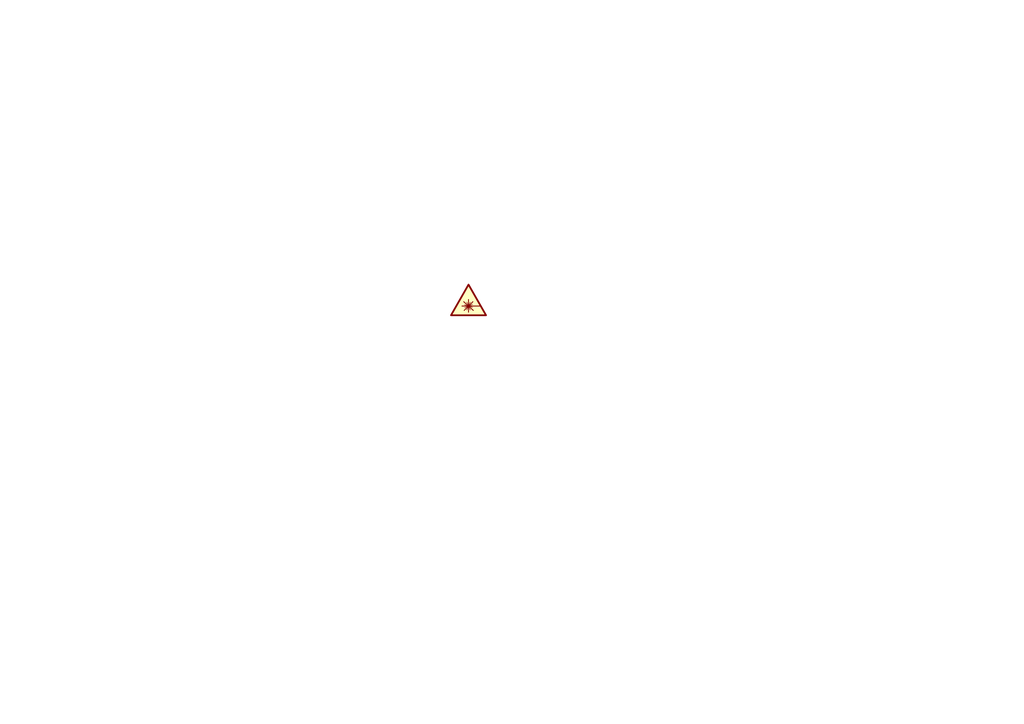
<source format=kicad_sch>
(kicad_sch (version 20231120) (generator "eeschema") (generator_version "8.0")
  (paper "A4")
  (lib_symbols
    (symbol "Graphic:SYM_LASER_Large" (in_bom no) (on_board no)
      (symbol "SYM_LASER_Large_0_1"
        (polyline (pts (xy -1.905 -2.413) (xy 3.556 -2.413)) (stroke (width 0.254)))
        (polyline (pts (xy -1.27 -3.683) (xy 1.27 -1.143)) (stroke (width 0.254)))
        (polyline (pts (xy -1.143 -2.921) (xy 1.143 -1.905)))
        (polyline (pts (xy -1.143 -2.032) (xy 1.143 -2.794)))
        (polyline (pts (xy -0.508 -1.27) (xy 0.508 -3.556)))
        (polyline (pts (xy 0 -4.191) (xy 0 -0.508)) (stroke (width 0.254)))
        (polyline (pts (xy 0.508 -1.27) (xy -0.508 -3.556)))
        (polyline (pts (xy 1.397 -3.683) (xy -1.397 -1.143)) (stroke (width 0.254)))
        (polyline (pts (xy -5.08 -5.08) (xy 5.08 -5.08) (xy 0 3.81) (xy -5.08 -5.08)) (stroke (width 0.508)) (fill (type background)))
      )
    )
  )
  (symbol (lib_id "Graphic:SYM_LASER_Large") (at 135.89 86.36 0) (unit 1) (in_bom no) (on_board no)
    (property "Reference" "#SYM1" (effects (hide yes)))
    (property "Value" "SYM_LASER_Large" (effects (hide yes)))
    (property "Description" "Laser radiation warning symbol, large" (effects (hide yes)))
    (property "Sim.Enable" "0" (effects (hide yes)))
  )
)
</source>
